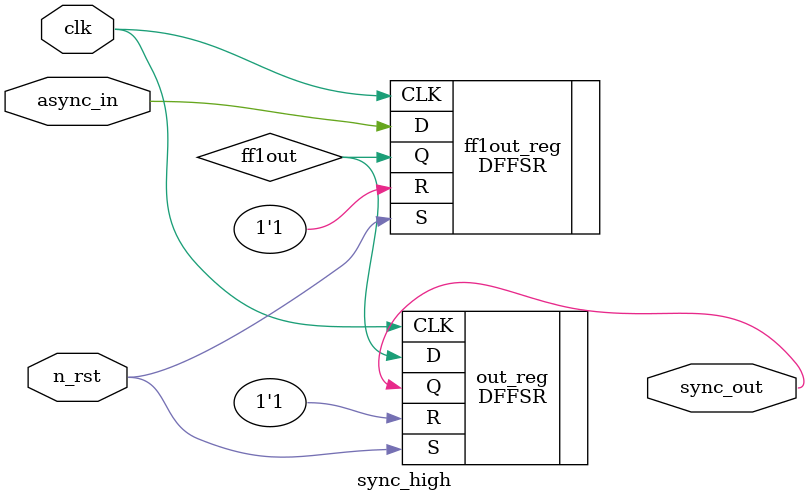
<source format=v>


module sync_high ( clk, n_rst, async_in, sync_out );
  input clk, n_rst, async_in;
  output sync_out;
  wire   ff1out;

  DFFSR ff1out_reg ( .D(async_in), .CLK(clk), .R(1'b1), .S(n_rst), .Q(ff1out)
         );
  DFFSR out_reg ( .D(ff1out), .CLK(clk), .R(1'b1), .S(n_rst), .Q(sync_out) );
endmodule


</source>
